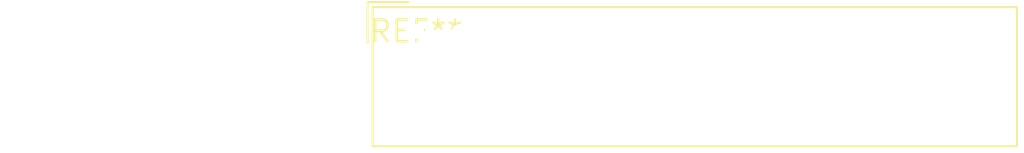
<source format=kicad_pcb>
(kicad_pcb (version 20240108) (generator pcbnew)
  (layers (0 "F.Cu" signal) (31 "B.Cu" signal) (34 "B.Paste" user) (35 "F.Paste" user) (36 "B.SilkS" user "B.Silkscreen") (37 "F.SilkS" user "F.Silkscreen") (38 "B.Mask" user) (39 "F.Mask" user) (44 "Edge.Cuts" user))
  (net 0 "")
  (footprint "Molex_SPOX_5268-14A_1x14_P2.50mm_Horizontal" (layer "F.Cu") (at 0 0)
    (property "Reference" "REF**")
    (property "Value" "Molex_SPOX_5268-14A_1x14_P2.50mm_Horizontal")
    (fp_line (start -2.86 -1.71) (end -0.45 -1.71) (layer "F.SilkS") (stroke (width 0.12)))
    (fp_line (start -2.86 0.7) (end -2.86 -1.71) (layer "F.SilkS") (stroke (width 0.12)))
    (fp_line (start -2.56 -1.41) (end -2.56 6.71) (layer "F.SilkS") (stroke (width 0.12)))
    (fp_line (start -2.56 6.71) (end 35.06 6.71) (layer "F.SilkS") (stroke (width 0.12)))
    (fp_line (start 35.06 -1.41) (end -2.56 -1.41) (layer "F.SilkS") (stroke (width 0.12)))
    (fp_line (start 35.06 6.71) (end 35.06 -1.41) (layer "F.SilkS") (stroke (width 0.12)))
    (pad "1" thru_hole roundrect (at 0 0) (size 1.7 1.85) (drill 0.85) (layers *.Cu *.Mask) (remove_unused_layers) (roundrect_rratio 0.147059))
    (pad "2" thru_hole oval (at 2.5 0) (size 1.7 1.85) (drill 0.85) (layers *.Cu *.Mask) (remove_unused_layers))
    (pad "3" thru_hole oval (at 5 0) (size 1.7 1.85) (drill 0.85) (layers *.Cu *.Mask) (remove_unused_layers))
    (pad "4" thru_hole oval (at 7.5 0) (size 1.7 1.85) (drill 0.85) (layers *.Cu *.Mask) (remove_unused_layers))
    (pad "5" thru_hole oval (at 10 0) (size 1.7 1.85) (drill 0.85) (layers *.Cu *.Mask) (remove_unused_layers))
    (pad "6" thru_hole oval (at 12.5 0) (size 1.7 1.85) (drill 0.85) (layers *.Cu *.Mask) (remove_unused_layers))
    (pad "7" thru_hole oval (at 15 0) (size 1.7 1.85) (drill 0.85) (layers *.Cu *.Mask) (remove_unused_layers))
    (pad "8" thru_hole oval (at 17.5 0) (size 1.7 1.85) (drill 0.85) (layers *.Cu *.Mask) (remove_unused_layers))
    (pad "9" thru_hole oval (at 20 0) (size 1.7 1.85) (drill 0.85) (layers *.Cu *.Mask) (remove_unused_layers))
    (pad "10" thru_hole oval (at 22.5 0) (size 1.7 1.85) (drill 0.85) (layers *.Cu *.Mask) (remove_unused_layers))
    (pad "11" thru_hole oval (at 25 0) (size 1.7 1.85) (drill 0.85) (layers *.Cu *.Mask) (remove_unused_layers))
    (pad "12" thru_hole oval (at 27.5 0) (size 1.7 1.85) (drill 0.85) (layers *.Cu *.Mask) (remove_unused_layers))
    (pad "13" thru_hole oval (at 30 0) (size 1.7 1.85) (drill 0.85) (layers *.Cu *.Mask) (remove_unused_layers))
    (pad "14" thru_hole oval (at 32.5 0) (size 1.7 1.85) (drill 0.85) (layers *.Cu *.Mask) (remove_unused_layers))
  )
)
</source>
